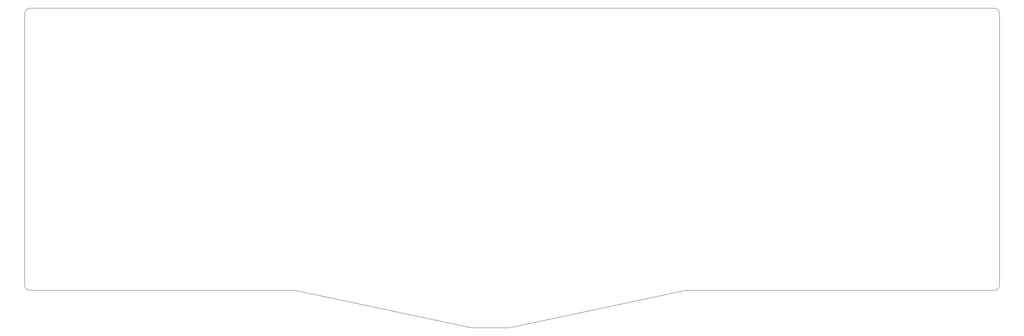
<source format=gm1>
G04 #@! TF.GenerationSoftware,KiCad,Pcbnew,(5.1.4)-1*
G04 #@! TF.CreationDate,2021-05-04T00:29:40+08:00*
G04 #@! TF.ProjectId,arisu,61726973-752e-46b6-9963-61645f706362,1.1*
G04 #@! TF.SameCoordinates,Original*
G04 #@! TF.FileFunction,Profile,NP*
%FSLAX46Y46*%
G04 Gerber Fmt 4.6, Leading zero omitted, Abs format (unit mm)*
G04 Created by KiCad (PCBNEW (5.1.4)-1) date 2021-05-04 00:29:40*
%MOMM*%
%LPD*%
G04 APERTURE LIST*
%ADD10C,0.150000*%
G04 APERTURE END LIST*
D10*
X315159949Y-90487503D02*
G75*
G03X317159949Y-88487503I0J2000000D01*
G01*
X315159949Y14287491D02*
G75*
G02X317159949Y12287491I0J-2000000D01*
G01*
X-42549375Y14287491D02*
G75*
G03X-44549375Y12287491I0J-2000000D01*
G01*
X-42549375Y-90487503D02*
G75*
G02X-44549375Y-88487503I0J2000000D01*
G01*
X135290000Y-104405232D02*
X200770000Y-90487503D01*
X121260000Y-104405232D02*
X135290000Y-104405232D01*
X55786700Y-90487503D02*
X121260000Y-104405232D01*
X200770000Y-90487503D02*
X315159949Y-90487503D01*
X-42549375Y-90487503D02*
X55786700Y-90487503D01*
X-42549375Y14287491D02*
X315159949Y14287491D01*
X317159949Y12287491D02*
X317159949Y-88487503D01*
X-44549375Y12287491D02*
X-44549375Y-88487503D01*
M02*

</source>
